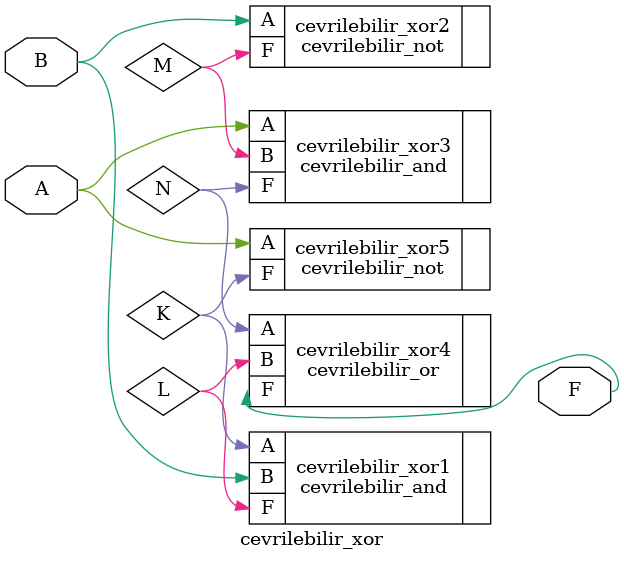
<source format=v>
`timescale 1ns / 1ps

module cevrilebilir_xor(
    input A,B,
    output F
    );
    wire K,L,M,N;
    cevrilebilir_not cevrilebilir_xor5(.A(A),.F(K));
    cevrilebilir_and cevrilebilir_xor1(.A(K),.B(B),.F(L));
    cevrilebilir_not cevrilebilir_xor2(.A(B),.F(M));
    cevrilebilir_and cevrilebilir_xor3(.A(A),.B(M),.F(N));
    cevrilebilir_or cevrilebilir_xor4(.A(N),.B(L),.F(F));
endmodule

</source>
